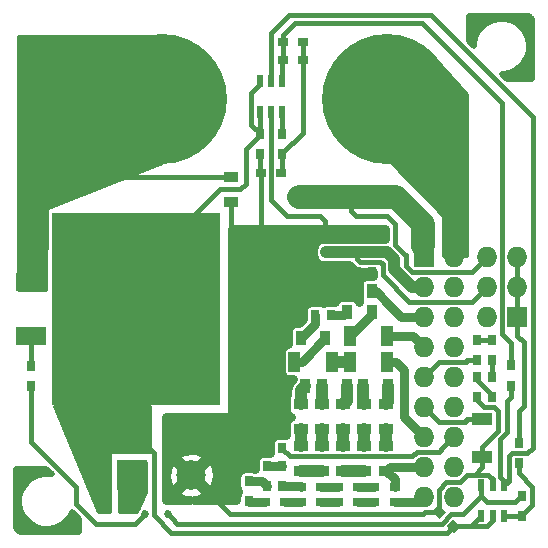
<source format=gbl>
G04 #@! TF.FileFunction,Copper,L2,Bot,Signal*
%FSLAX46Y46*%
G04 Gerber Fmt 4.6, Leading zero omitted, Abs format (unit mm)*
G04 Created by KiCad (PCBNEW 4.0.4-stable) date Monday, August 28, 2017 'PMt' 10:13:35 PM*
%MOMM*%
%LPD*%
G01*
G04 APERTURE LIST*
%ADD10C,0.100000*%
%ADD11R,0.550000X1.000000*%
%ADD12R,0.800000X0.900000*%
%ADD13R,0.759460X1.089660*%
%ADD14R,14.200000X16.300000*%
%ADD15R,2.500000X1.500000*%
%ADD16R,0.900000X0.800000*%
%ADD17R,2.500000X2.500000*%
%ADD18C,2.500000*%
%ADD19R,0.900000X1.300000*%
%ADD20R,1.300000X0.900000*%
%ADD21R,1.000000X1.700000*%
%ADD22R,1.700000X1.000000*%
%ADD23R,1.727200X1.727200*%
%ADD24O,1.727200X1.727200*%
%ADD25C,11.000000*%
%ADD26C,0.685800*%
%ADD27C,0.381000*%
%ADD28C,0.304800*%
%ADD29C,0.762000*%
%ADD30C,1.000000*%
%ADD31C,2.000000*%
%ADD32C,1.500000*%
%ADD33C,0.750000*%
%ADD34C,0.254000*%
%ADD35C,0.500000*%
G04 APERTURE END LIST*
D10*
D11*
X117550000Y-117900000D03*
X118500000Y-117900000D03*
X119450000Y-117900000D03*
X119450000Y-120500000D03*
X117550000Y-120500000D03*
X118500000Y-120500000D03*
X100700000Y-86300000D03*
X99750000Y-86300000D03*
X98800000Y-86300000D03*
X98800000Y-83700000D03*
X100700000Y-83700000D03*
X99750000Y-83700000D03*
D12*
X98800000Y-88150000D03*
X98800000Y-89850000D03*
X100700000Y-88150000D03*
X100700000Y-89850000D03*
X100700000Y-114750000D03*
X100700000Y-113050000D03*
X121000000Y-120500000D03*
X121000000Y-118800000D03*
D10*
G36*
X115782082Y-121387437D02*
X115216396Y-121953123D01*
X114580000Y-121316727D01*
X115145686Y-120751041D01*
X115782082Y-121387437D01*
X115782082Y-121387437D01*
G37*
G36*
X114580000Y-120185355D02*
X114014314Y-120751041D01*
X113377918Y-120114645D01*
X113943604Y-119548959D01*
X114580000Y-120185355D01*
X114580000Y-120185355D01*
G37*
D13*
X85740540Y-119700000D03*
X87259460Y-119700000D03*
D14*
X88300000Y-103000000D03*
D15*
X79450000Y-100715000D03*
X79450000Y-105285000D03*
D16*
X100750000Y-81900000D03*
X102450000Y-81900000D03*
D17*
X88000000Y-117050000D03*
D18*
X93000000Y-117050000D03*
D19*
X102650000Y-109450000D03*
X100550000Y-109450000D03*
D20*
X102250000Y-113150000D03*
X102250000Y-111050000D03*
X102250000Y-116650000D03*
X102250000Y-114550000D03*
X104050000Y-114550000D03*
X104050000Y-116650000D03*
X104050000Y-111050000D03*
X104050000Y-113150000D03*
X105850000Y-113150000D03*
X105850000Y-111050000D03*
D19*
X104350000Y-105450000D03*
X102250000Y-105450000D03*
X108250000Y-103250000D03*
X106150000Y-103250000D03*
D20*
X96350000Y-93900000D03*
X96350000Y-91800000D03*
D19*
X106150000Y-109450000D03*
X104050000Y-109450000D03*
D20*
X105850000Y-116650000D03*
X105850000Y-114550000D03*
X107650000Y-114550000D03*
X107650000Y-116650000D03*
X107650000Y-111050000D03*
X107650000Y-113150000D03*
D19*
X109650000Y-109450000D03*
X107550000Y-109450000D03*
D20*
X109450000Y-113150000D03*
X109450000Y-111050000D03*
X109450000Y-116650000D03*
X109450000Y-114550000D03*
D19*
X108250000Y-101450000D03*
X106150000Y-101450000D03*
D21*
X104900000Y-107450000D03*
X101700000Y-107450000D03*
X109600000Y-107450000D03*
X106400000Y-107450000D03*
D22*
X117600000Y-112300000D03*
X117600000Y-115500000D03*
D21*
X109600000Y-105250000D03*
X106400000Y-105250000D03*
D22*
X108700000Y-93500000D03*
X108700000Y-96700000D03*
X106500000Y-93500000D03*
X106500000Y-96700000D03*
X104300000Y-93500000D03*
X104300000Y-96700000D03*
X102100000Y-93500000D03*
X102100000Y-96700000D03*
D16*
X100750000Y-80350000D03*
X102450000Y-80350000D03*
X108500000Y-118000000D03*
X110200000Y-118000000D03*
X105400000Y-118000000D03*
X107100000Y-118000000D03*
X102300000Y-118000000D03*
X104000000Y-118000000D03*
D12*
X100700000Y-116250000D03*
X100700000Y-117950000D03*
X97850000Y-119250000D03*
X97850000Y-117550000D03*
D16*
X100900000Y-119300000D03*
X99200000Y-119300000D03*
X104000000Y-119300000D03*
X102300000Y-119300000D03*
X107100000Y-119300000D03*
X105400000Y-119300000D03*
X110200000Y-119300000D03*
X108500000Y-119300000D03*
D12*
X104400000Y-98150000D03*
X104400000Y-99850000D03*
X105700000Y-98150000D03*
X105700000Y-99850000D03*
X107000000Y-98150000D03*
X107000000Y-99850000D03*
X108300000Y-98150000D03*
X108300000Y-99850000D03*
X79450000Y-107800000D03*
X79450000Y-109500000D03*
X103500000Y-103450000D03*
X103500000Y-101750000D03*
X117150000Y-110400000D03*
X117150000Y-108700000D03*
X118450000Y-108700000D03*
X118450000Y-110400000D03*
X118450000Y-105600000D03*
X118450000Y-107300000D03*
X117150000Y-107300000D03*
X117150000Y-105600000D03*
X104800000Y-101750000D03*
X104800000Y-103450000D03*
X120700000Y-114350000D03*
X120700000Y-116050000D03*
X120050000Y-109450000D03*
X120050000Y-107750000D03*
D23*
X120590000Y-103620000D03*
D24*
X118050000Y-103620000D03*
X120590000Y-101080000D03*
X118050000Y-101080000D03*
X120590000Y-98540000D03*
X118050000Y-98540000D03*
D23*
X112660000Y-98540000D03*
D24*
X115200000Y-98540000D03*
X112660000Y-101080000D03*
X115200000Y-101080000D03*
X112660000Y-103620000D03*
X115200000Y-103620000D03*
X112660000Y-106160000D03*
X115200000Y-106160000D03*
X112660000Y-108700000D03*
X115200000Y-108700000D03*
X112660000Y-111240000D03*
X115200000Y-111240000D03*
X112660000Y-113780000D03*
X115200000Y-113780000D03*
X112660000Y-116320000D03*
X115200000Y-116320000D03*
X112660000Y-118860000D03*
X115200000Y-118860000D03*
D25*
X90475000Y-85200000D03*
X109525000Y-85200000D03*
D16*
X98900000Y-91450000D03*
X100600000Y-91450000D03*
D12*
X99400000Y-117950000D03*
X99400000Y-116250000D03*
D26*
X91000000Y-120350000D03*
X89050000Y-120350000D03*
D27*
X96350000Y-91800000D02*
X83750000Y-91800000D01*
X83750000Y-91800000D02*
X79750000Y-87800000D01*
D28*
X79750000Y-87800000D02*
X82350000Y-85200000D01*
X79750000Y-100715000D02*
X79750000Y-87800000D01*
D27*
X87900000Y-90950000D02*
X87900000Y-87775000D01*
X87900000Y-87775000D02*
X90475000Y-85200000D01*
D28*
X82350000Y-85200000D02*
X90475000Y-85200000D01*
D27*
X96800000Y-96700000D02*
X99100000Y-96700000D01*
X99100000Y-96700000D02*
X102100000Y-96700000D01*
X98900000Y-91450000D02*
X98900000Y-96500000D01*
X98900000Y-96500000D02*
X99100000Y-96700000D01*
X98800000Y-89850000D02*
X98800000Y-91350000D01*
X98800000Y-91350000D02*
X98900000Y-91450000D01*
X96350000Y-93900000D02*
X96350000Y-96250000D01*
X96350000Y-96250000D02*
X96800000Y-96700000D01*
X104300000Y-96700000D02*
X104300000Y-95500000D01*
X99750000Y-93750000D02*
X99750000Y-88758662D01*
X104300000Y-95500000D02*
X103900000Y-95100000D01*
X103900000Y-95100000D02*
X101100000Y-95100000D01*
X101100000Y-95100000D02*
X99750000Y-93750000D01*
X99750000Y-88758662D02*
X99750000Y-86300000D01*
X117600000Y-115500000D02*
X117600000Y-116381000D01*
X117600000Y-116381000D02*
X116974701Y-117006299D01*
X117600000Y-114619000D02*
X118950000Y-113269000D01*
X118950000Y-113269000D02*
X118950000Y-111591338D01*
X117150000Y-110400000D02*
X117150000Y-110700000D01*
X117150000Y-110700000D02*
X117750000Y-111300000D01*
X117750000Y-111300000D02*
X118658662Y-111300000D01*
X118658662Y-111300000D02*
X118950000Y-111591338D01*
X117600000Y-114619000D02*
X117600000Y-115500000D01*
X118139961Y-117006299D02*
X116850000Y-117006299D01*
X116850000Y-117006299D02*
X116374507Y-117006299D01*
X116974701Y-117006299D02*
X116850000Y-117006299D01*
X113978959Y-120150000D02*
X112800000Y-120150000D01*
X112800000Y-120150000D02*
X112600000Y-120350000D01*
X112600000Y-120350000D02*
X96300000Y-120350000D01*
X96300000Y-120350000D02*
X96100000Y-120150000D01*
X96100000Y-120150000D02*
X93000000Y-117050000D01*
X113942699Y-119427013D02*
X113978959Y-119463273D01*
X113978959Y-119463273D02*
X113978959Y-120150000D01*
X118500000Y-117900000D02*
X118500000Y-117366338D01*
X118500000Y-117366338D02*
X118139961Y-117006299D01*
X116374507Y-117006299D02*
X115778107Y-117602699D01*
X115778107Y-117602699D02*
X114596495Y-117602699D01*
X114596495Y-117602699D02*
X113942699Y-118256495D01*
X113942699Y-118256495D02*
X113942699Y-119427013D01*
X121850000Y-118031000D02*
X121850000Y-119600000D01*
X121850000Y-119600000D02*
X121000000Y-120450000D01*
X121000000Y-120450000D02*
X121000000Y-120500000D01*
X120700000Y-116881000D02*
X121850000Y-118031000D01*
X120700000Y-116050000D02*
X120700000Y-116881000D01*
X121000000Y-120500000D02*
X119450000Y-120500000D01*
X84900000Y-121200000D02*
X83200000Y-119500000D01*
X83200000Y-119500000D02*
X83200000Y-118000000D01*
X79450000Y-114250000D02*
X83200000Y-118000000D01*
X79450000Y-109500000D02*
X79450000Y-114250000D01*
X115973669Y-120357331D02*
X114964816Y-120357331D01*
X114964816Y-120357331D02*
X114177396Y-121144751D01*
X114177396Y-121144751D02*
X91794751Y-121144751D01*
X91794751Y-121144751D02*
X91342899Y-120692899D01*
X91342899Y-120692899D02*
X91000000Y-120350000D01*
X89050000Y-120350000D02*
X88200000Y-121200000D01*
X88200000Y-121200000D02*
X84900000Y-121200000D01*
X117550000Y-118781000D02*
X115973669Y-120357331D01*
X117550000Y-117900000D02*
X117550000Y-118781000D01*
X117550000Y-118781000D02*
X118069000Y-119300000D01*
X118069000Y-119300000D02*
X120400000Y-119300000D01*
X120400000Y-119300000D02*
X120900000Y-118800000D01*
X120900000Y-118800000D02*
X121000000Y-118800000D01*
X120050000Y-107750000D02*
X120050000Y-105850000D01*
X120050000Y-105850000D02*
X119307301Y-105107301D01*
X101790501Y-78759499D02*
X100750000Y-79800000D01*
X119307301Y-105107301D02*
X119307301Y-85557301D01*
X119307301Y-85557301D02*
X112509499Y-78759499D01*
X112509499Y-78759499D02*
X101790501Y-78759499D01*
X100750000Y-79800000D02*
X100750000Y-80350000D01*
X100750000Y-80350000D02*
X100800000Y-80350000D01*
X100700000Y-83700000D02*
X100700000Y-81950000D01*
X100750000Y-81900000D02*
X100750000Y-80350000D01*
X100700000Y-81950000D02*
X100750000Y-81900000D01*
X100700000Y-114750000D02*
X100700000Y-114808662D01*
X100700000Y-114808662D02*
X101335048Y-115443710D01*
X111675484Y-115443710D02*
X112081893Y-115037301D01*
X101335048Y-115443710D02*
X111675484Y-115443710D01*
X112081893Y-115037301D02*
X113942699Y-115037301D01*
X113942699Y-115037301D02*
X114336401Y-114643599D01*
X114336401Y-114643599D02*
X115200000Y-113780000D01*
X114800000Y-98090000D02*
X114800000Y-90475000D01*
X114800000Y-90475000D02*
X109525000Y-85200000D01*
X109525000Y-85356000D02*
X109525000Y-85200000D01*
X79450000Y-105285000D02*
X79450000Y-107800000D01*
X101250000Y-78100000D02*
X99750000Y-79600000D01*
X99750000Y-79600000D02*
X99750000Y-83700000D01*
X101250000Y-78100000D02*
X113300000Y-78100000D01*
X113300000Y-78100000D02*
X121900000Y-86700000D01*
X121900000Y-86700000D02*
X121900000Y-114708662D01*
X121900000Y-114708662D02*
X121414961Y-115193701D01*
X121414961Y-115193701D02*
X120106299Y-115193701D01*
X120106299Y-115193701D02*
X119850000Y-115450000D01*
X119850000Y-115450000D02*
X119850000Y-117500000D01*
X119850000Y-117500000D02*
X119450000Y-117900000D01*
X119750000Y-110750000D02*
X120050000Y-110450000D01*
X120050000Y-110450000D02*
X120050000Y-109450000D01*
X119150000Y-113950000D02*
X119750000Y-113350000D01*
X119750000Y-113350000D02*
X119750000Y-110750000D01*
X119150000Y-117200000D02*
X119150000Y-113950000D01*
X119450000Y-117900000D02*
X119450000Y-117500000D01*
X119450000Y-117500000D02*
X119150000Y-117200000D01*
D29*
X104800000Y-103450000D02*
X105950000Y-103450000D01*
X105950000Y-103450000D02*
X106150000Y-103250000D01*
D30*
X106400000Y-107450000D02*
X104900000Y-107450000D01*
D29*
X101700000Y-107450000D02*
X102350000Y-107450000D01*
X102350000Y-107450000D02*
X104350000Y-105450000D01*
D30*
X109650000Y-109450000D02*
X109650000Y-110850000D01*
X109650000Y-110850000D02*
X109450000Y-111050000D01*
X107550000Y-109450000D02*
X107550000Y-110950000D01*
X107550000Y-110950000D02*
X107650000Y-111050000D01*
X107650000Y-113150000D02*
X107650000Y-114550000D01*
X107650000Y-116650000D02*
X105850000Y-116650000D01*
D27*
X97600000Y-89750000D02*
X97600000Y-89400000D01*
X97600000Y-89400000D02*
X98800000Y-88200000D01*
X88300000Y-103000000D02*
X88300000Y-99950000D01*
X88300000Y-99950000D02*
X95400000Y-92850000D01*
X95400000Y-92850000D02*
X97108662Y-92850000D01*
X97108662Y-92850000D02*
X97600000Y-92358662D01*
X97600000Y-92358662D02*
X97600000Y-89750000D01*
X98800000Y-88200000D02*
X98800000Y-88150000D01*
X85740540Y-119700000D02*
X85740540Y-105559460D01*
X85740540Y-105559460D02*
X88300000Y-103000000D01*
X116697918Y-121352082D02*
X115181041Y-121352082D01*
X115181041Y-121352082D02*
X114633123Y-121900000D01*
X91300000Y-121900000D02*
X89850000Y-120450000D01*
X89850000Y-115200000D02*
X89300000Y-114650000D01*
X114633123Y-121900000D02*
X91300000Y-121900000D01*
X89850000Y-120450000D02*
X89850000Y-115200000D01*
X117997918Y-121352082D02*
X118500000Y-120850000D01*
X118500000Y-120850000D02*
X118500000Y-120500000D01*
X116697918Y-121352082D02*
X117997918Y-121352082D01*
X116697918Y-121352082D02*
X117550000Y-120500000D01*
X85840540Y-119700000D02*
X85840540Y-119865100D01*
X98050000Y-84675000D02*
X98800000Y-83925000D01*
X98800000Y-83925000D02*
X98800000Y-83700000D01*
X98800000Y-88150000D02*
X98800000Y-86300000D01*
X98050000Y-87350000D02*
X98050000Y-84675000D01*
X98800000Y-88150000D02*
X98800000Y-88100000D01*
X98800000Y-88100000D02*
X98050000Y-87350000D01*
D29*
X109600000Y-105250000D02*
X111750000Y-105250000D01*
X111750000Y-105250000D02*
X112660000Y-106160000D01*
D27*
X113942699Y-107417301D02*
X116251699Y-107417301D01*
X116251699Y-107417301D02*
X116369000Y-107300000D01*
X116369000Y-107300000D02*
X117150000Y-107300000D01*
X112660000Y-108700000D02*
X113942699Y-107417301D01*
X116146301Y-112522699D02*
X116369000Y-112300000D01*
X116369000Y-112300000D02*
X117600000Y-112300000D01*
X113942699Y-112522699D02*
X116146301Y-112522699D01*
X112660000Y-111240000D02*
X113942699Y-112522699D01*
D30*
X112570000Y-111150000D02*
X112660000Y-111240000D01*
D29*
X110300000Y-107450000D02*
X109600000Y-107450000D01*
X111000000Y-108150000D02*
X110300000Y-107450000D01*
X111000000Y-112120000D02*
X111000000Y-108150000D01*
X112660000Y-113780000D02*
X111000000Y-112120000D01*
X110200000Y-118000000D02*
X110200000Y-117400000D01*
X110200000Y-117400000D02*
X109450000Y-116650000D01*
X112660000Y-116320000D02*
X109780000Y-116320000D01*
X109780000Y-116320000D02*
X109450000Y-116650000D01*
X112660000Y-118860000D02*
X112220000Y-119300000D01*
X112220000Y-119300000D02*
X110200000Y-119300000D01*
D27*
X100700000Y-88150000D02*
X100700000Y-86300000D01*
X120700000Y-114350000D02*
X120700000Y-111626197D01*
X120700000Y-111626197D02*
X121150000Y-111176197D01*
X121150000Y-111176197D02*
X121150000Y-105800000D01*
X121150000Y-105800000D02*
X120590000Y-105240000D01*
X120590000Y-105240000D02*
X120590000Y-103620000D01*
X120713091Y-103743091D02*
X120590000Y-103620000D01*
X120590000Y-98540000D02*
X120590000Y-101080000D01*
X120590000Y-103620000D02*
X120590000Y-101080000D01*
X120700000Y-103730000D02*
X120590000Y-103620000D01*
X109200000Y-100100000D02*
X109200000Y-99191338D01*
X109200000Y-99191338D02*
X109008662Y-99000000D01*
X109008662Y-99000000D02*
X107250000Y-99000000D01*
X111437301Y-102337301D02*
X109200000Y-100100000D01*
X116792699Y-102337301D02*
X111437301Y-102337301D01*
D30*
X108300000Y-98150000D02*
X109600000Y-98150000D01*
X109600000Y-98150000D02*
X110150000Y-98700000D01*
X110150000Y-99558498D02*
X110150000Y-98700000D01*
X112660000Y-101080000D02*
X111671502Y-101080000D01*
X111671502Y-101080000D02*
X110150000Y-99558498D01*
D27*
X107000000Y-98750000D02*
X107250000Y-99000000D01*
X107000000Y-98150000D02*
X107000000Y-98750000D01*
D30*
X104400000Y-98150000D02*
X105700000Y-98150000D01*
X105700000Y-98150000D02*
X107000000Y-98150000D01*
X107000000Y-98150000D02*
X108300000Y-98150000D01*
D27*
X116792699Y-102337301D02*
X118050000Y-101080000D01*
D31*
X102100000Y-93500000D02*
X104300000Y-93500000D01*
X104300000Y-93500000D02*
X106500000Y-93500000D01*
X106500000Y-93500000D02*
X108700000Y-93500000D01*
X112600000Y-97650000D02*
X112600000Y-95750000D01*
X112600000Y-95750000D02*
X110350000Y-93500000D01*
X110350000Y-93500000D02*
X108700000Y-93500000D01*
D32*
X112600000Y-97650000D02*
X112600000Y-98480000D01*
X112600000Y-98480000D02*
X112660000Y-98540000D01*
D27*
X106900000Y-95100000D02*
X106500000Y-94700000D01*
X106500000Y-94700000D02*
X106500000Y-93500000D01*
X109550000Y-95100000D02*
X106900000Y-95100000D01*
X110250000Y-95800000D02*
X109550000Y-95100000D01*
X110250000Y-97536104D02*
X110250000Y-95800000D01*
X111150000Y-98400000D02*
X111113896Y-98400000D01*
X111113896Y-98400000D02*
X110250000Y-97536104D01*
X111150000Y-99294602D02*
X111150000Y-98400000D01*
X111652699Y-99797301D02*
X116792699Y-99797301D01*
X111150000Y-99294602D02*
X111652699Y-99797301D01*
X116792699Y-99797301D02*
X118050000Y-98540000D01*
D29*
X108250000Y-101450000D02*
X108601562Y-101450000D01*
X108601562Y-101450000D02*
X109851562Y-102700000D01*
X109851562Y-102700000D02*
X109851562Y-102701562D01*
X109851562Y-102701562D02*
X110770000Y-103620000D01*
X110770000Y-103620000D02*
X112660000Y-103620000D01*
D30*
X112660000Y-103620000D02*
X112380000Y-103620000D01*
D29*
X108250000Y-103250000D02*
X108250000Y-103400000D01*
X108250000Y-103400000D02*
X106400000Y-105250000D01*
D27*
X117150000Y-105600000D02*
X118450000Y-105600000D01*
X118450000Y-107300000D02*
X118450000Y-108700000D01*
X118450000Y-110400000D02*
X118450000Y-110258662D01*
X118450000Y-110258662D02*
X117150000Y-108958662D01*
X117150000Y-108958662D02*
X117150000Y-108700000D01*
D29*
X103500000Y-103450000D02*
X103500000Y-104200000D01*
X103500000Y-104200000D02*
X102250000Y-105450000D01*
D30*
X109450000Y-113150000D02*
X109450000Y-114550000D01*
X105850000Y-113150000D02*
X105850000Y-114550000D01*
X106150000Y-109450000D02*
X106150000Y-110750000D01*
X106150000Y-110750000D02*
X105850000Y-111050000D01*
X104050000Y-109450000D02*
X104050000Y-111050000D01*
X104050000Y-113150000D02*
X104050000Y-114550000D01*
X104050000Y-116650000D02*
X102250000Y-116650000D01*
X102250000Y-114550000D02*
X102250000Y-113150000D01*
X102250000Y-111050000D02*
X102250000Y-109850000D01*
X102250000Y-109850000D02*
X102650000Y-109450000D01*
D29*
X108500000Y-119300000D02*
X107100000Y-119300000D01*
X104000000Y-119300000D02*
X105400000Y-119300000D01*
X102300000Y-119300000D02*
X100900000Y-119300000D01*
X99200000Y-119300000D02*
X97900000Y-119300000D01*
X97900000Y-119300000D02*
X97850000Y-119250000D01*
X97850000Y-117550000D02*
X99000000Y-117550000D01*
X99000000Y-117550000D02*
X99400000Y-117950000D01*
X99400000Y-116250000D02*
X100700000Y-116250000D01*
X100700000Y-117950000D02*
X102250000Y-117950000D01*
X102250000Y-117950000D02*
X102300000Y-118000000D01*
X105400000Y-118000000D02*
X104000000Y-118000000D01*
X107100000Y-118000000D02*
X108500000Y-118000000D01*
D27*
X100700000Y-89850000D02*
X100700000Y-91350000D01*
X100700000Y-91350000D02*
X100600000Y-91450000D01*
X102450000Y-82681000D02*
X102450000Y-88050000D01*
X102450000Y-88050000D02*
X100700000Y-89800000D01*
X100750000Y-89900000D02*
X100700000Y-89850000D01*
X102450000Y-81900000D02*
X102450000Y-82681000D01*
X102450000Y-80350000D02*
X102450000Y-81900000D01*
X100700000Y-89800000D02*
X100700000Y-89850000D01*
D33*
G36*
X109430500Y-97021000D02*
X104400000Y-97021000D01*
X104180709Y-97042502D01*
X104096398Y-97067957D01*
X104000000Y-97067957D01*
X103899834Y-97075945D01*
X103729942Y-97128557D01*
X103581434Y-97226417D01*
X103466068Y-97361777D01*
X103392980Y-97523917D01*
X103368664Y-97695022D01*
X103359217Y-97712495D01*
X103294060Y-97922983D01*
X103271028Y-98142118D01*
X103290998Y-98361554D01*
X103353209Y-98572931D01*
X103368064Y-98601347D01*
X103375945Y-98700166D01*
X103428557Y-98870058D01*
X103526417Y-99018566D01*
X103661777Y-99133932D01*
X103823917Y-99207020D01*
X104000000Y-99232043D01*
X104095014Y-99232043D01*
X104165268Y-99254329D01*
X104384237Y-99278890D01*
X104400000Y-99279000D01*
X106378703Y-99279000D01*
X106412492Y-99321327D01*
X106418406Y-99327324D01*
X106418507Y-99327448D01*
X106418622Y-99327543D01*
X106420526Y-99329474D01*
X106670526Y-99579474D01*
X106729051Y-99627547D01*
X106787010Y-99676181D01*
X106790784Y-99678256D01*
X106794115Y-99680992D01*
X106860842Y-99716770D01*
X106927165Y-99753231D01*
X106931273Y-99754534D01*
X106935070Y-99756570D01*
X107007441Y-99778696D01*
X107079616Y-99801592D01*
X107083899Y-99802072D01*
X107088019Y-99803332D01*
X107163328Y-99810982D01*
X107238558Y-99819420D01*
X107246980Y-99819479D01*
X107247139Y-99819495D01*
X107247287Y-99819481D01*
X107250000Y-99819500D01*
X108380500Y-99819500D01*
X108380500Y-100100000D01*
X108387163Y-100167957D01*
X107800000Y-100167957D01*
X107699834Y-100175945D01*
X107529942Y-100228557D01*
X107381434Y-100326417D01*
X107266068Y-100461777D01*
X107192980Y-100623917D01*
X107167957Y-100800000D01*
X107167957Y-102100000D01*
X107175945Y-102200166D01*
X107223956Y-102355200D01*
X107197464Y-102413969D01*
X107171443Y-102329942D01*
X107073583Y-102181434D01*
X106938223Y-102066068D01*
X106776083Y-101992980D01*
X106600000Y-101967957D01*
X105700000Y-101967957D01*
X105599834Y-101975945D01*
X105429942Y-102028557D01*
X105281434Y-102126417D01*
X105166068Y-102261777D01*
X105118205Y-102367957D01*
X104400000Y-102367957D01*
X104299834Y-102375945D01*
X104144800Y-102423956D01*
X104076083Y-102392980D01*
X103900000Y-102367957D01*
X103100000Y-102367957D01*
X102999834Y-102375945D01*
X102829942Y-102428557D01*
X102681434Y-102526417D01*
X102566068Y-102661777D01*
X102492980Y-102823917D01*
X102467957Y-103000000D01*
X102467957Y-103803687D01*
X102103687Y-104167957D01*
X101800000Y-104167957D01*
X101699834Y-104175945D01*
X101529942Y-104228557D01*
X101381434Y-104326417D01*
X101266068Y-104461777D01*
X101192980Y-104623917D01*
X101167957Y-104800000D01*
X101167957Y-105970512D01*
X101099834Y-105975945D01*
X100929942Y-106028557D01*
X100781434Y-106126417D01*
X100666068Y-106261777D01*
X100592980Y-106423917D01*
X100567957Y-106600000D01*
X100567957Y-108300000D01*
X100575945Y-108400166D01*
X100628557Y-108570058D01*
X100726417Y-108718566D01*
X100861777Y-108833932D01*
X101023917Y-108907020D01*
X101200000Y-108932043D01*
X101567957Y-108932043D01*
X101567957Y-108935395D01*
X101451676Y-109051676D01*
X101385496Y-109132246D01*
X101318447Y-109212152D01*
X101315585Y-109217358D01*
X101311819Y-109221943D01*
X101262566Y-109313799D01*
X101212296Y-109405240D01*
X101210500Y-109410901D01*
X101207696Y-109416131D01*
X101177219Y-109515817D01*
X101145671Y-109615268D01*
X101145009Y-109621170D01*
X101143274Y-109626845D01*
X101132738Y-109730570D01*
X101121110Y-109834237D01*
X101121029Y-109845842D01*
X101121007Y-109846059D01*
X101121026Y-109846261D01*
X101121000Y-109850000D01*
X101121000Y-110197325D01*
X101066068Y-110261777D01*
X100992980Y-110423917D01*
X100967957Y-110600000D01*
X100967957Y-111500000D01*
X100975945Y-111600166D01*
X101028557Y-111770058D01*
X101126417Y-111918566D01*
X101261777Y-112033932D01*
X101413969Y-112102536D01*
X101329942Y-112128557D01*
X101181434Y-112226417D01*
X101066068Y-112361777D01*
X100992980Y-112523917D01*
X100967957Y-112700000D01*
X100967957Y-113600000D01*
X100973376Y-113667957D01*
X100300000Y-113667957D01*
X100199834Y-113675945D01*
X100029942Y-113728557D01*
X99881434Y-113826417D01*
X99766068Y-113961777D01*
X99692980Y-114123917D01*
X99667957Y-114300000D01*
X99667957Y-115167957D01*
X99000000Y-115167957D01*
X98899834Y-115175945D01*
X98729942Y-115228557D01*
X98581434Y-115326417D01*
X98466068Y-115461777D01*
X98392980Y-115623917D01*
X98367957Y-115800000D01*
X98367957Y-116484720D01*
X98250000Y-116467957D01*
X97450000Y-116467957D01*
X97349834Y-116475945D01*
X97179942Y-116528557D01*
X97031434Y-116626417D01*
X96916068Y-116761777D01*
X96842980Y-116923917D01*
X96817957Y-117100000D01*
X96817957Y-118000000D01*
X96825945Y-118100166D01*
X96878557Y-118270058D01*
X96966161Y-118403002D01*
X96916068Y-118461777D01*
X96842980Y-118623917D01*
X96817957Y-118800000D01*
X96817957Y-119159119D01*
X93182712Y-119168184D01*
X93456920Y-119135822D01*
X93855064Y-119006603D01*
X94151808Y-118847990D01*
X94263919Y-118490695D01*
X93000000Y-117226777D01*
X91736081Y-118490695D01*
X91848192Y-118847990D01*
X92221094Y-119038149D01*
X92623929Y-119151904D01*
X92840711Y-119169037D01*
X90825000Y-119174064D01*
X90825000Y-117091216D01*
X90865116Y-117091216D01*
X90914178Y-117506920D01*
X91043397Y-117905064D01*
X91202010Y-118201808D01*
X91559305Y-118313919D01*
X92823223Y-117050000D01*
X93176777Y-117050000D01*
X94440695Y-118313919D01*
X94797990Y-118201808D01*
X94988149Y-117828906D01*
X95101904Y-117426071D01*
X95134884Y-117008784D01*
X95085822Y-116593080D01*
X94956603Y-116194936D01*
X94797990Y-115898192D01*
X94440695Y-115786081D01*
X93176777Y-117050000D01*
X92823223Y-117050000D01*
X91559305Y-115786081D01*
X91202010Y-115898192D01*
X91011851Y-116271094D01*
X90898096Y-116673929D01*
X90865116Y-117091216D01*
X90825000Y-117091216D01*
X90825000Y-115609305D01*
X91736081Y-115609305D01*
X93000000Y-116873223D01*
X94263919Y-115609305D01*
X94151808Y-115252010D01*
X93778906Y-115061851D01*
X93376071Y-114948096D01*
X92958784Y-114915116D01*
X92543080Y-114964178D01*
X92144936Y-115093397D01*
X91848192Y-115252010D01*
X91736081Y-115609305D01*
X90825000Y-115609305D01*
X90825000Y-112125000D01*
X96100000Y-112125000D01*
X96204473Y-112110153D01*
X96300673Y-112066789D01*
X96380983Y-111998341D01*
X96439045Y-111910229D01*
X96470261Y-111809430D01*
X96474998Y-111748824D01*
X96426177Y-96175000D01*
X109430500Y-96175000D01*
X109430500Y-97021000D01*
X109430500Y-97021000D01*
G37*
X109430500Y-97021000D02*
X104400000Y-97021000D01*
X104180709Y-97042502D01*
X104096398Y-97067957D01*
X104000000Y-97067957D01*
X103899834Y-97075945D01*
X103729942Y-97128557D01*
X103581434Y-97226417D01*
X103466068Y-97361777D01*
X103392980Y-97523917D01*
X103368664Y-97695022D01*
X103359217Y-97712495D01*
X103294060Y-97922983D01*
X103271028Y-98142118D01*
X103290998Y-98361554D01*
X103353209Y-98572931D01*
X103368064Y-98601347D01*
X103375945Y-98700166D01*
X103428557Y-98870058D01*
X103526417Y-99018566D01*
X103661777Y-99133932D01*
X103823917Y-99207020D01*
X104000000Y-99232043D01*
X104095014Y-99232043D01*
X104165268Y-99254329D01*
X104384237Y-99278890D01*
X104400000Y-99279000D01*
X106378703Y-99279000D01*
X106412492Y-99321327D01*
X106418406Y-99327324D01*
X106418507Y-99327448D01*
X106418622Y-99327543D01*
X106420526Y-99329474D01*
X106670526Y-99579474D01*
X106729051Y-99627547D01*
X106787010Y-99676181D01*
X106790784Y-99678256D01*
X106794115Y-99680992D01*
X106860842Y-99716770D01*
X106927165Y-99753231D01*
X106931273Y-99754534D01*
X106935070Y-99756570D01*
X107007441Y-99778696D01*
X107079616Y-99801592D01*
X107083899Y-99802072D01*
X107088019Y-99803332D01*
X107163328Y-99810982D01*
X107238558Y-99819420D01*
X107246980Y-99819479D01*
X107247139Y-99819495D01*
X107247287Y-99819481D01*
X107250000Y-99819500D01*
X108380500Y-99819500D01*
X108380500Y-100100000D01*
X108387163Y-100167957D01*
X107800000Y-100167957D01*
X107699834Y-100175945D01*
X107529942Y-100228557D01*
X107381434Y-100326417D01*
X107266068Y-100461777D01*
X107192980Y-100623917D01*
X107167957Y-100800000D01*
X107167957Y-102100000D01*
X107175945Y-102200166D01*
X107223956Y-102355200D01*
X107197464Y-102413969D01*
X107171443Y-102329942D01*
X107073583Y-102181434D01*
X106938223Y-102066068D01*
X106776083Y-101992980D01*
X106600000Y-101967957D01*
X105700000Y-101967957D01*
X105599834Y-101975945D01*
X105429942Y-102028557D01*
X105281434Y-102126417D01*
X105166068Y-102261777D01*
X105118205Y-102367957D01*
X104400000Y-102367957D01*
X104299834Y-102375945D01*
X104144800Y-102423956D01*
X104076083Y-102392980D01*
X103900000Y-102367957D01*
X103100000Y-102367957D01*
X102999834Y-102375945D01*
X102829942Y-102428557D01*
X102681434Y-102526417D01*
X102566068Y-102661777D01*
X102492980Y-102823917D01*
X102467957Y-103000000D01*
X102467957Y-103803687D01*
X102103687Y-104167957D01*
X101800000Y-104167957D01*
X101699834Y-104175945D01*
X101529942Y-104228557D01*
X101381434Y-104326417D01*
X101266068Y-104461777D01*
X101192980Y-104623917D01*
X101167957Y-104800000D01*
X101167957Y-105970512D01*
X101099834Y-105975945D01*
X100929942Y-106028557D01*
X100781434Y-106126417D01*
X100666068Y-106261777D01*
X100592980Y-106423917D01*
X100567957Y-106600000D01*
X100567957Y-108300000D01*
X100575945Y-108400166D01*
X100628557Y-108570058D01*
X100726417Y-108718566D01*
X100861777Y-108833932D01*
X101023917Y-108907020D01*
X101200000Y-108932043D01*
X101567957Y-108932043D01*
X101567957Y-108935395D01*
X101451676Y-109051676D01*
X101385496Y-109132246D01*
X101318447Y-109212152D01*
X101315585Y-109217358D01*
X101311819Y-109221943D01*
X101262566Y-109313799D01*
X101212296Y-109405240D01*
X101210500Y-109410901D01*
X101207696Y-109416131D01*
X101177219Y-109515817D01*
X101145671Y-109615268D01*
X101145009Y-109621170D01*
X101143274Y-109626845D01*
X101132738Y-109730570D01*
X101121110Y-109834237D01*
X101121029Y-109845842D01*
X101121007Y-109846059D01*
X101121026Y-109846261D01*
X101121000Y-109850000D01*
X101121000Y-110197325D01*
X101066068Y-110261777D01*
X100992980Y-110423917D01*
X100967957Y-110600000D01*
X100967957Y-111500000D01*
X100975945Y-111600166D01*
X101028557Y-111770058D01*
X101126417Y-111918566D01*
X101261777Y-112033932D01*
X101413969Y-112102536D01*
X101329942Y-112128557D01*
X101181434Y-112226417D01*
X101066068Y-112361777D01*
X100992980Y-112523917D01*
X100967957Y-112700000D01*
X100967957Y-113600000D01*
X100973376Y-113667957D01*
X100300000Y-113667957D01*
X100199834Y-113675945D01*
X100029942Y-113728557D01*
X99881434Y-113826417D01*
X99766068Y-113961777D01*
X99692980Y-114123917D01*
X99667957Y-114300000D01*
X99667957Y-115167957D01*
X99000000Y-115167957D01*
X98899834Y-115175945D01*
X98729942Y-115228557D01*
X98581434Y-115326417D01*
X98466068Y-115461777D01*
X98392980Y-115623917D01*
X98367957Y-115800000D01*
X98367957Y-116484720D01*
X98250000Y-116467957D01*
X97450000Y-116467957D01*
X97349834Y-116475945D01*
X97179942Y-116528557D01*
X97031434Y-116626417D01*
X96916068Y-116761777D01*
X96842980Y-116923917D01*
X96817957Y-117100000D01*
X96817957Y-118000000D01*
X96825945Y-118100166D01*
X96878557Y-118270058D01*
X96966161Y-118403002D01*
X96916068Y-118461777D01*
X96842980Y-118623917D01*
X96817957Y-118800000D01*
X96817957Y-119159119D01*
X93182712Y-119168184D01*
X93456920Y-119135822D01*
X93855064Y-119006603D01*
X94151808Y-118847990D01*
X94263919Y-118490695D01*
X93000000Y-117226777D01*
X91736081Y-118490695D01*
X91848192Y-118847990D01*
X92221094Y-119038149D01*
X92623929Y-119151904D01*
X92840711Y-119169037D01*
X90825000Y-119174064D01*
X90825000Y-117091216D01*
X90865116Y-117091216D01*
X90914178Y-117506920D01*
X91043397Y-117905064D01*
X91202010Y-118201808D01*
X91559305Y-118313919D01*
X92823223Y-117050000D01*
X93176777Y-117050000D01*
X94440695Y-118313919D01*
X94797990Y-118201808D01*
X94988149Y-117828906D01*
X95101904Y-117426071D01*
X95134884Y-117008784D01*
X95085822Y-116593080D01*
X94956603Y-116194936D01*
X94797990Y-115898192D01*
X94440695Y-115786081D01*
X93176777Y-117050000D01*
X92823223Y-117050000D01*
X91559305Y-115786081D01*
X91202010Y-115898192D01*
X91011851Y-116271094D01*
X90898096Y-116673929D01*
X90865116Y-117091216D01*
X90825000Y-117091216D01*
X90825000Y-115609305D01*
X91736081Y-115609305D01*
X93000000Y-116873223D01*
X94263919Y-115609305D01*
X94151808Y-115252010D01*
X93778906Y-115061851D01*
X93376071Y-114948096D01*
X92958784Y-114915116D01*
X92543080Y-114964178D01*
X92144936Y-115093397D01*
X91848192Y-115252010D01*
X91736081Y-115609305D01*
X90825000Y-115609305D01*
X90825000Y-112125000D01*
X96100000Y-112125000D01*
X96204473Y-112110153D01*
X96300673Y-112066789D01*
X96380983Y-111998341D01*
X96439045Y-111910229D01*
X96470261Y-111809430D01*
X96474998Y-111748824D01*
X96426177Y-96175000D01*
X109430500Y-96175000D01*
X109430500Y-97021000D01*
D34*
G36*
X116323000Y-84748791D02*
X116323000Y-98523000D01*
X114327000Y-98523000D01*
X114327000Y-95200000D01*
X114321972Y-95164619D01*
X114307286Y-95132039D01*
X114291113Y-95111528D01*
X110941152Y-91661569D01*
X110941153Y-91661568D01*
X107889244Y-88515754D01*
X112704977Y-88326902D01*
X112740134Y-88320492D01*
X112772113Y-88304540D01*
X112798382Y-88280311D01*
X112816861Y-88249723D01*
X112826615Y-88209878D01*
X113353620Y-81454635D01*
X116323000Y-84748791D01*
X116323000Y-84748791D01*
G37*
X116323000Y-84748791D02*
X116323000Y-98523000D01*
X114327000Y-98523000D01*
X114327000Y-95200000D01*
X114321972Y-95164619D01*
X114307286Y-95132039D01*
X114291113Y-95111528D01*
X110941152Y-91661569D01*
X110941153Y-91661568D01*
X107889244Y-88515754D01*
X112704977Y-88326902D01*
X112740134Y-88320492D01*
X112772113Y-88304540D01*
X112798382Y-88280311D01*
X112816861Y-88249723D01*
X112826615Y-88209878D01*
X113353620Y-81454635D01*
X116323000Y-84748791D01*
G36*
X85954534Y-84916242D02*
X85934980Y-84946155D01*
X85924532Y-84980330D01*
X85924020Y-85016063D01*
X85933483Y-85050525D01*
X85951592Y-85080280D01*
X90491069Y-90644801D01*
X80854086Y-94381590D01*
X80822916Y-94399069D01*
X80797849Y-94424541D01*
X80780871Y-94455987D01*
X80773003Y-94499086D01*
X80723910Y-101323000D01*
X78327000Y-101323000D01*
X78327000Y-79827000D01*
X90419624Y-79827000D01*
X85954534Y-84916242D01*
X85954534Y-84916242D01*
G37*
X85954534Y-84916242D02*
X85934980Y-84946155D01*
X85924532Y-84980330D01*
X85924020Y-85016063D01*
X85933483Y-85050525D01*
X85951592Y-85080280D01*
X90491069Y-90644801D01*
X80854086Y-94381590D01*
X80822916Y-94399069D01*
X80797849Y-94424541D01*
X80780871Y-94455987D01*
X80773003Y-94499086D01*
X80723910Y-101323000D01*
X78327000Y-101323000D01*
X78327000Y-79827000D01*
X90419624Y-79827000D01*
X85954534Y-84916242D01*
G36*
X89123000Y-118424699D02*
X88440644Y-119958573D01*
X88412572Y-119999571D01*
X88359670Y-120123000D01*
X86877000Y-120123000D01*
X86877000Y-115927000D01*
X89123000Y-115927000D01*
X89123000Y-118424699D01*
X89123000Y-118424699D01*
G37*
X89123000Y-118424699D02*
X88440644Y-119958573D01*
X88412572Y-119999571D01*
X88359670Y-120123000D01*
X86877000Y-120123000D01*
X86877000Y-115927000D01*
X89123000Y-115927000D01*
X89123000Y-118424699D01*
G36*
X89473000Y-115073000D02*
X86250000Y-115073000D01*
X86214619Y-115078028D01*
X86182039Y-115092714D01*
X86154840Y-115115895D01*
X86135177Y-115145736D01*
X86124605Y-115179873D01*
X86123000Y-115200000D01*
X86123000Y-120123000D01*
X85084950Y-120123000D01*
X81389864Y-111177000D01*
X89473000Y-111177000D01*
X89473000Y-115073000D01*
X89473000Y-115073000D01*
G37*
X89473000Y-115073000D02*
X86250000Y-115073000D01*
X86214619Y-115078028D01*
X86182039Y-115092714D01*
X86154840Y-115115895D01*
X86135177Y-115145736D01*
X86124605Y-115179873D01*
X86123000Y-115200000D01*
X86123000Y-120123000D01*
X85084950Y-120123000D01*
X81389864Y-111177000D01*
X89473000Y-111177000D01*
X89473000Y-115073000D01*
D35*
G36*
X121547057Y-78176606D02*
X121696573Y-78298548D01*
X121819551Y-78447203D01*
X121850000Y-78503517D01*
X121850000Y-83500000D01*
X119682171Y-83500000D01*
X119261012Y-83078841D01*
X119429466Y-83082370D01*
X119879074Y-83003092D01*
X120304722Y-82837994D01*
X120690195Y-82593365D01*
X121020811Y-82278523D01*
X121283978Y-81905460D01*
X121469671Y-81488386D01*
X121570818Y-81043188D01*
X121578100Y-80521728D01*
X121489423Y-80073878D01*
X121315448Y-79651782D01*
X121062800Y-79271517D01*
X120741103Y-78947566D01*
X120362611Y-78692270D01*
X119941739Y-78515352D01*
X119494520Y-78423551D01*
X119037986Y-78420363D01*
X118589529Y-78505911D01*
X118166228Y-78676936D01*
X117784208Y-78926923D01*
X117458020Y-79246350D01*
X117200087Y-79623051D01*
X117020235Y-80042677D01*
X116925314Y-80489245D01*
X116921818Y-80739646D01*
X116500000Y-80317828D01*
X116500000Y-78150000D01*
X121497019Y-78150000D01*
X121547057Y-78176606D01*
X121547057Y-78176606D01*
G37*
X121547057Y-78176606D02*
X121696573Y-78298548D01*
X121819551Y-78447203D01*
X121850000Y-78503517D01*
X121850000Y-83500000D01*
X119682171Y-83500000D01*
X119261012Y-83078841D01*
X119429466Y-83082370D01*
X119879074Y-83003092D01*
X120304722Y-82837994D01*
X120690195Y-82593365D01*
X121020811Y-82278523D01*
X121283978Y-81905460D01*
X121469671Y-81488386D01*
X121570818Y-81043188D01*
X121578100Y-80521728D01*
X121489423Y-80073878D01*
X121315448Y-79651782D01*
X121062800Y-79271517D01*
X120741103Y-78947566D01*
X120362611Y-78692270D01*
X119941739Y-78515352D01*
X119494520Y-78423551D01*
X119037986Y-78420363D01*
X118589529Y-78505911D01*
X118166228Y-78676936D01*
X117784208Y-78926923D01*
X117458020Y-79246350D01*
X117200087Y-79623051D01*
X117020235Y-80042677D01*
X116925314Y-80489245D01*
X116921818Y-80739646D01*
X116500000Y-80317828D01*
X116500000Y-78150000D01*
X121497019Y-78150000D01*
X121547057Y-78176606D01*
G36*
X81179311Y-116961483D02*
X80994520Y-116923551D01*
X80537986Y-116920363D01*
X80089529Y-117005911D01*
X79666228Y-117176936D01*
X79284208Y-117426923D01*
X78958020Y-117746350D01*
X78700087Y-118123051D01*
X78520235Y-118542677D01*
X78425314Y-118989245D01*
X78418940Y-119445745D01*
X78501355Y-119894789D01*
X78669420Y-120319273D01*
X78916734Y-120703029D01*
X79233876Y-121031439D01*
X79608767Y-121291995D01*
X80027128Y-121474772D01*
X80473022Y-121572808D01*
X80929466Y-121582370D01*
X81379074Y-121503092D01*
X81804722Y-121337994D01*
X82190195Y-121093365D01*
X82520811Y-120778523D01*
X82783978Y-120405460D01*
X82888508Y-120170680D01*
X83500000Y-120782172D01*
X83500000Y-121850000D01*
X78502982Y-121850000D01*
X78452940Y-121823392D01*
X78303428Y-121701452D01*
X78180449Y-121552797D01*
X78150000Y-121496483D01*
X78150000Y-116500000D01*
X80717828Y-116500000D01*
X81179311Y-116961483D01*
X81179311Y-116961483D01*
G37*
X81179311Y-116961483D02*
X80994520Y-116923551D01*
X80537986Y-116920363D01*
X80089529Y-117005911D01*
X79666228Y-117176936D01*
X79284208Y-117426923D01*
X78958020Y-117746350D01*
X78700087Y-118123051D01*
X78520235Y-118542677D01*
X78425314Y-118989245D01*
X78418940Y-119445745D01*
X78501355Y-119894789D01*
X78669420Y-120319273D01*
X78916734Y-120703029D01*
X79233876Y-121031439D01*
X79608767Y-121291995D01*
X80027128Y-121474772D01*
X80473022Y-121572808D01*
X80929466Y-121582370D01*
X81379074Y-121503092D01*
X81804722Y-121337994D01*
X82190195Y-121093365D01*
X82520811Y-120778523D01*
X82783978Y-120405460D01*
X82888508Y-120170680D01*
X83500000Y-120782172D01*
X83500000Y-121850000D01*
X78502982Y-121850000D01*
X78452940Y-121823392D01*
X78303428Y-121701452D01*
X78180449Y-121552797D01*
X78150000Y-121496483D01*
X78150000Y-116500000D01*
X80717828Y-116500000D01*
X81179311Y-116961483D01*
M02*

</source>
